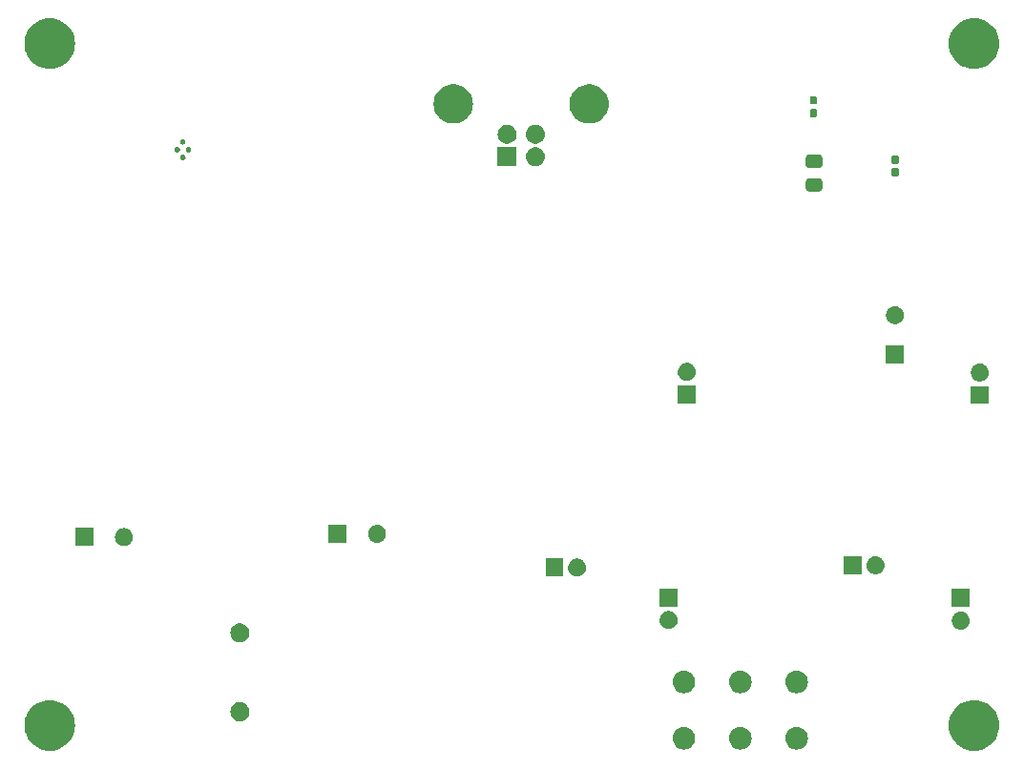
<source format=gbs>
G04 #@! TF.GenerationSoftware,KiCad,Pcbnew,8.0.5*
G04 #@! TF.CreationDate,2024-11-13T13:31:48-05:00*
G04 #@! TF.ProjectId,DacAmp,44616341-6d70-42e6-9b69-6361645f7063,rev?*
G04 #@! TF.SameCoordinates,Original*
G04 #@! TF.FileFunction,Soldermask,Bot*
G04 #@! TF.FilePolarity,Negative*
%FSLAX46Y46*%
G04 Gerber Fmt 4.6, Leading zero omitted, Abs format (unit mm)*
G04 Created by KiCad (PCBNEW 8.0.5) date 2024-11-13 13:31:48*
%MOMM*%
%LPD*%
G01*
G04 APERTURE LIST*
G04 APERTURE END LIST*
G36*
X109716084Y-97331649D02*
G01*
X110004743Y-97389067D01*
X110283438Y-97483671D01*
X110547400Y-97613843D01*
X110792113Y-97777355D01*
X111013390Y-97971410D01*
X111207445Y-98192687D01*
X111370957Y-98437400D01*
X111501129Y-98701362D01*
X111595733Y-98980057D01*
X111653151Y-99268716D01*
X111672400Y-99562400D01*
X111653151Y-99856084D01*
X111595733Y-100144743D01*
X111501129Y-100423438D01*
X111370957Y-100687400D01*
X111207445Y-100932113D01*
X111013390Y-101153390D01*
X110792113Y-101347445D01*
X110547400Y-101510957D01*
X110283438Y-101641129D01*
X110004743Y-101735733D01*
X109716084Y-101793151D01*
X109422400Y-101812400D01*
X109128716Y-101793151D01*
X108840057Y-101735733D01*
X108561362Y-101641129D01*
X108297400Y-101510957D01*
X108052687Y-101347445D01*
X107831410Y-101153390D01*
X107637355Y-100932113D01*
X107473843Y-100687400D01*
X107343671Y-100423438D01*
X107249067Y-100144743D01*
X107191649Y-99856084D01*
X107172400Y-99562400D01*
X107191649Y-99268716D01*
X107249067Y-98980057D01*
X107343671Y-98701362D01*
X107473843Y-98437400D01*
X107637355Y-98192687D01*
X107831410Y-97971410D01*
X108052687Y-97777355D01*
X108297400Y-97613843D01*
X108561362Y-97483671D01*
X108840057Y-97389067D01*
X109128716Y-97331649D01*
X109422400Y-97312400D01*
X109716084Y-97331649D01*
G37*
G36*
X191716084Y-97331649D02*
G01*
X192004743Y-97389067D01*
X192283438Y-97483671D01*
X192547400Y-97613843D01*
X192792113Y-97777355D01*
X193013390Y-97971410D01*
X193207445Y-98192687D01*
X193370957Y-98437400D01*
X193501129Y-98701362D01*
X193595733Y-98980057D01*
X193653151Y-99268716D01*
X193672400Y-99562400D01*
X193653151Y-99856084D01*
X193595733Y-100144743D01*
X193501129Y-100423438D01*
X193370957Y-100687400D01*
X193207445Y-100932113D01*
X193013390Y-101153390D01*
X192792113Y-101347445D01*
X192547400Y-101510957D01*
X192283438Y-101641129D01*
X192004743Y-101735733D01*
X191716084Y-101793151D01*
X191422400Y-101812400D01*
X191128716Y-101793151D01*
X190840057Y-101735733D01*
X190561362Y-101641129D01*
X190297400Y-101510957D01*
X190052687Y-101347445D01*
X189831410Y-101153390D01*
X189637355Y-100932113D01*
X189473843Y-100687400D01*
X189343671Y-100423438D01*
X189249067Y-100144743D01*
X189191649Y-99856084D01*
X189172400Y-99562400D01*
X189191649Y-99268716D01*
X189249067Y-98980057D01*
X189343671Y-98701362D01*
X189473843Y-98437400D01*
X189637355Y-98192687D01*
X189831410Y-97971410D01*
X190052687Y-97777355D01*
X190297400Y-97613843D01*
X190561362Y-97483671D01*
X190840057Y-97389067D01*
X191128716Y-97331649D01*
X191422400Y-97312400D01*
X191716084Y-97331649D01*
G37*
G36*
X165880281Y-99724053D02*
G01*
X166068249Y-99781073D01*
X166241481Y-99873667D01*
X166393321Y-99998279D01*
X166517933Y-100150119D01*
X166610527Y-100323351D01*
X166667547Y-100511319D01*
X166686800Y-100706800D01*
X166667547Y-100902281D01*
X166610527Y-101090249D01*
X166517933Y-101263481D01*
X166393321Y-101415321D01*
X166241481Y-101539933D01*
X166068249Y-101632527D01*
X165880281Y-101689547D01*
X165684800Y-101708800D01*
X165489319Y-101689547D01*
X165301351Y-101632527D01*
X165128119Y-101539933D01*
X164976279Y-101415321D01*
X164851667Y-101263481D01*
X164759073Y-101090249D01*
X164702053Y-100902281D01*
X164682800Y-100706800D01*
X164702053Y-100511319D01*
X164759073Y-100323351D01*
X164851667Y-100150119D01*
X164976279Y-99998279D01*
X165128119Y-99873667D01*
X165301351Y-99781073D01*
X165489319Y-99724053D01*
X165684800Y-99704800D01*
X165880281Y-99724053D01*
G37*
G36*
X170880281Y-99724053D02*
G01*
X171068249Y-99781073D01*
X171241481Y-99873667D01*
X171393321Y-99998279D01*
X171517933Y-100150119D01*
X171610527Y-100323351D01*
X171667547Y-100511319D01*
X171686800Y-100706800D01*
X171667547Y-100902281D01*
X171610527Y-101090249D01*
X171517933Y-101263481D01*
X171393321Y-101415321D01*
X171241481Y-101539933D01*
X171068249Y-101632527D01*
X170880281Y-101689547D01*
X170684800Y-101708800D01*
X170489319Y-101689547D01*
X170301351Y-101632527D01*
X170128119Y-101539933D01*
X169976279Y-101415321D01*
X169851667Y-101263481D01*
X169759073Y-101090249D01*
X169702053Y-100902281D01*
X169682800Y-100706800D01*
X169702053Y-100511319D01*
X169759073Y-100323351D01*
X169851667Y-100150119D01*
X169976279Y-99998279D01*
X170128119Y-99873667D01*
X170301351Y-99781073D01*
X170489319Y-99724053D01*
X170684800Y-99704800D01*
X170880281Y-99724053D01*
G37*
G36*
X175880281Y-99724053D02*
G01*
X176068249Y-99781073D01*
X176241481Y-99873667D01*
X176393321Y-99998279D01*
X176517933Y-100150119D01*
X176610527Y-100323351D01*
X176667547Y-100511319D01*
X176686800Y-100706800D01*
X176667547Y-100902281D01*
X176610527Y-101090249D01*
X176517933Y-101263481D01*
X176393321Y-101415321D01*
X176241481Y-101539933D01*
X176068249Y-101632527D01*
X175880281Y-101689547D01*
X175684800Y-101708800D01*
X175489319Y-101689547D01*
X175301351Y-101632527D01*
X175128119Y-101539933D01*
X174976279Y-101415321D01*
X174851667Y-101263481D01*
X174759073Y-101090249D01*
X174702053Y-100902281D01*
X174682800Y-100706800D01*
X174702053Y-100511319D01*
X174759073Y-100323351D01*
X174851667Y-100150119D01*
X174976279Y-99998279D01*
X175128119Y-99873667D01*
X175301351Y-99781073D01*
X175489319Y-99724053D01*
X175684800Y-99704800D01*
X175880281Y-99724053D01*
G37*
G36*
X126551664Y-97545602D02*
G01*
X126714000Y-97617878D01*
X126857761Y-97722327D01*
X126976664Y-97854383D01*
X127065514Y-98008274D01*
X127120425Y-98177275D01*
X127139000Y-98354000D01*
X127120425Y-98530725D01*
X127065514Y-98699726D01*
X126976664Y-98853617D01*
X126857761Y-98985673D01*
X126714000Y-99090122D01*
X126551664Y-99162398D01*
X126377849Y-99199344D01*
X126200151Y-99199344D01*
X126026336Y-99162398D01*
X125864000Y-99090122D01*
X125720239Y-98985673D01*
X125601336Y-98853617D01*
X125512486Y-98699726D01*
X125457575Y-98530725D01*
X125439000Y-98354000D01*
X125457575Y-98177275D01*
X125512486Y-98008274D01*
X125601336Y-97854383D01*
X125720239Y-97722327D01*
X125864000Y-97617878D01*
X126026336Y-97545602D01*
X126200151Y-97508656D01*
X126377849Y-97508656D01*
X126551664Y-97545602D01*
G37*
G36*
X165880281Y-94724053D02*
G01*
X166068249Y-94781073D01*
X166241481Y-94873667D01*
X166393321Y-94998279D01*
X166517933Y-95150119D01*
X166610527Y-95323351D01*
X166667547Y-95511319D01*
X166686800Y-95706800D01*
X166667547Y-95902281D01*
X166610527Y-96090249D01*
X166517933Y-96263481D01*
X166393321Y-96415321D01*
X166241481Y-96539933D01*
X166068249Y-96632527D01*
X165880281Y-96689547D01*
X165684800Y-96708800D01*
X165489319Y-96689547D01*
X165301351Y-96632527D01*
X165128119Y-96539933D01*
X164976279Y-96415321D01*
X164851667Y-96263481D01*
X164759073Y-96090249D01*
X164702053Y-95902281D01*
X164682800Y-95706800D01*
X164702053Y-95511319D01*
X164759073Y-95323351D01*
X164851667Y-95150119D01*
X164976279Y-94998279D01*
X165128119Y-94873667D01*
X165301351Y-94781073D01*
X165489319Y-94724053D01*
X165684800Y-94704800D01*
X165880281Y-94724053D01*
G37*
G36*
X170880281Y-94724053D02*
G01*
X171068249Y-94781073D01*
X171241481Y-94873667D01*
X171393321Y-94998279D01*
X171517933Y-95150119D01*
X171610527Y-95323351D01*
X171667547Y-95511319D01*
X171686800Y-95706800D01*
X171667547Y-95902281D01*
X171610527Y-96090249D01*
X171517933Y-96263481D01*
X171393321Y-96415321D01*
X171241481Y-96539933D01*
X171068249Y-96632527D01*
X170880281Y-96689547D01*
X170684800Y-96708800D01*
X170489319Y-96689547D01*
X170301351Y-96632527D01*
X170128119Y-96539933D01*
X169976279Y-96415321D01*
X169851667Y-96263481D01*
X169759073Y-96090249D01*
X169702053Y-95902281D01*
X169682800Y-95706800D01*
X169702053Y-95511319D01*
X169759073Y-95323351D01*
X169851667Y-95150119D01*
X169976279Y-94998279D01*
X170128119Y-94873667D01*
X170301351Y-94781073D01*
X170489319Y-94724053D01*
X170684800Y-94704800D01*
X170880281Y-94724053D01*
G37*
G36*
X175880281Y-94724053D02*
G01*
X176068249Y-94781073D01*
X176241481Y-94873667D01*
X176393321Y-94998279D01*
X176517933Y-95150119D01*
X176610527Y-95323351D01*
X176667547Y-95511319D01*
X176686800Y-95706800D01*
X176667547Y-95902281D01*
X176610527Y-96090249D01*
X176517933Y-96263481D01*
X176393321Y-96415321D01*
X176241481Y-96539933D01*
X176068249Y-96632527D01*
X175880281Y-96689547D01*
X175684800Y-96708800D01*
X175489319Y-96689547D01*
X175301351Y-96632527D01*
X175128119Y-96539933D01*
X174976279Y-96415321D01*
X174851667Y-96263481D01*
X174759073Y-96090249D01*
X174702053Y-95902281D01*
X174682800Y-95706800D01*
X174702053Y-95511319D01*
X174759073Y-95323351D01*
X174851667Y-95150119D01*
X174976279Y-94998279D01*
X175128119Y-94873667D01*
X175301351Y-94781073D01*
X175489319Y-94724053D01*
X175684800Y-94704800D01*
X175880281Y-94724053D01*
G37*
G36*
X126551664Y-90545602D02*
G01*
X126714000Y-90617878D01*
X126857761Y-90722327D01*
X126976664Y-90854383D01*
X127065514Y-91008274D01*
X127120425Y-91177275D01*
X127139000Y-91354000D01*
X127120425Y-91530725D01*
X127065514Y-91699726D01*
X126976664Y-91853617D01*
X126857761Y-91985673D01*
X126714000Y-92090122D01*
X126551664Y-92162398D01*
X126377849Y-92199344D01*
X126200151Y-92199344D01*
X126026336Y-92162398D01*
X125864000Y-92090122D01*
X125720239Y-91985673D01*
X125601336Y-91853617D01*
X125512486Y-91699726D01*
X125457575Y-91530725D01*
X125439000Y-91354000D01*
X125457575Y-91177275D01*
X125512486Y-91008274D01*
X125601336Y-90854383D01*
X125720239Y-90722327D01*
X125864000Y-90617878D01*
X126026336Y-90545602D01*
X126200151Y-90508656D01*
X126377849Y-90508656D01*
X126551664Y-90545602D01*
G37*
G36*
X190293059Y-89472314D02*
G01*
X190334584Y-89472314D01*
X190381430Y-89482271D01*
X190429017Y-89487633D01*
X190463616Y-89499739D01*
X190498103Y-89507070D01*
X190547802Y-89529197D01*
X190598107Y-89546800D01*
X190624292Y-89563253D01*
X190650824Y-89575066D01*
X190700298Y-89611011D01*
X190749792Y-89642110D01*
X190767564Y-89659882D01*
X190786061Y-89673321D01*
X190831790Y-89724108D01*
X190876465Y-89768783D01*
X190886740Y-89785136D01*
X190897925Y-89797558D01*
X190936185Y-89863828D01*
X190971775Y-89920468D01*
X190976218Y-89933167D01*
X190981508Y-89942329D01*
X191008595Y-90025695D01*
X191030942Y-90089558D01*
X191031789Y-90097077D01*
X191033168Y-90101321D01*
X191045661Y-90220191D01*
X191051000Y-90267575D01*
X191045660Y-90314962D01*
X191033168Y-90433828D01*
X191031789Y-90438070D01*
X191030942Y-90445592D01*
X191008591Y-90509467D01*
X190981508Y-90592820D01*
X190976219Y-90601979D01*
X190971775Y-90614682D01*
X190936178Y-90671333D01*
X190897925Y-90737591D01*
X190886742Y-90750010D01*
X190876465Y-90766367D01*
X190831781Y-90811050D01*
X190786061Y-90861828D01*
X190767568Y-90875263D01*
X190749792Y-90893040D01*
X190700288Y-90924145D01*
X190650824Y-90960083D01*
X190624297Y-90971893D01*
X190598107Y-90988350D01*
X190547792Y-91005955D01*
X190498103Y-91028079D01*
X190463622Y-91035408D01*
X190429017Y-91047517D01*
X190381427Y-91052879D01*
X190334584Y-91062836D01*
X190293059Y-91062836D01*
X190251000Y-91067575D01*
X190208941Y-91062836D01*
X190167416Y-91062836D01*
X190120572Y-91052879D01*
X190072983Y-91047517D01*
X190038378Y-91035408D01*
X190003896Y-91028079D01*
X189954203Y-91005954D01*
X189903893Y-90988350D01*
X189877704Y-90971894D01*
X189851175Y-90960083D01*
X189801704Y-90924140D01*
X189752208Y-90893040D01*
X189734434Y-90875266D01*
X189715938Y-90861828D01*
X189670208Y-90811040D01*
X189625535Y-90766367D01*
X189615259Y-90750013D01*
X189604074Y-90737591D01*
X189565808Y-90671313D01*
X189530225Y-90614682D01*
X189525781Y-90601983D01*
X189520491Y-90592820D01*
X189493394Y-90509427D01*
X189471058Y-90445592D01*
X189470211Y-90438075D01*
X189468831Y-90433828D01*
X189456324Y-90314830D01*
X189451000Y-90267575D01*
X189456324Y-90220323D01*
X189468831Y-90101321D01*
X189470211Y-90097073D01*
X189471058Y-90089558D01*
X189493390Y-90025735D01*
X189520491Y-89942329D01*
X189525782Y-89933163D01*
X189530225Y-89920468D01*
X189565801Y-89863847D01*
X189604074Y-89797558D01*
X189615261Y-89785133D01*
X189625535Y-89768783D01*
X189670205Y-89724112D01*
X189715938Y-89673322D01*
X189734434Y-89659883D01*
X189752208Y-89642110D01*
X189801699Y-89611012D01*
X189851174Y-89575067D01*
X189877706Y-89563253D01*
X189903893Y-89546800D01*
X189954200Y-89529196D01*
X190003898Y-89507070D01*
X190038382Y-89499740D01*
X190072983Y-89487633D01*
X190120570Y-89482271D01*
X190167416Y-89472314D01*
X190208941Y-89472314D01*
X190251000Y-89467575D01*
X190293059Y-89472314D01*
G37*
G36*
X164366059Y-89412314D02*
G01*
X164407584Y-89412314D01*
X164454430Y-89422271D01*
X164502017Y-89427633D01*
X164536616Y-89439739D01*
X164571103Y-89447070D01*
X164620802Y-89469197D01*
X164671107Y-89486800D01*
X164697292Y-89503253D01*
X164723824Y-89515066D01*
X164773298Y-89551011D01*
X164822792Y-89582110D01*
X164840564Y-89599882D01*
X164859061Y-89613321D01*
X164904790Y-89664108D01*
X164949465Y-89708783D01*
X164959740Y-89725136D01*
X164970925Y-89737558D01*
X165009185Y-89803828D01*
X165044775Y-89860468D01*
X165049218Y-89873167D01*
X165054508Y-89882329D01*
X165081595Y-89965695D01*
X165103942Y-90029558D01*
X165104789Y-90037077D01*
X165106168Y-90041321D01*
X165118661Y-90160191D01*
X165124000Y-90207575D01*
X165118660Y-90254962D01*
X165106168Y-90373828D01*
X165104789Y-90378070D01*
X165103942Y-90385592D01*
X165081591Y-90449467D01*
X165054508Y-90532820D01*
X165049219Y-90541979D01*
X165044775Y-90554682D01*
X165009178Y-90611333D01*
X164970925Y-90677591D01*
X164959742Y-90690010D01*
X164949465Y-90706367D01*
X164904781Y-90751050D01*
X164859061Y-90801828D01*
X164840568Y-90815263D01*
X164822792Y-90833040D01*
X164773288Y-90864145D01*
X164723824Y-90900083D01*
X164697297Y-90911893D01*
X164671107Y-90928350D01*
X164620792Y-90945955D01*
X164571103Y-90968079D01*
X164536622Y-90975408D01*
X164502017Y-90987517D01*
X164454427Y-90992879D01*
X164407584Y-91002836D01*
X164366059Y-91002836D01*
X164324000Y-91007575D01*
X164281941Y-91002836D01*
X164240416Y-91002836D01*
X164193572Y-90992879D01*
X164145983Y-90987517D01*
X164111378Y-90975408D01*
X164076896Y-90968079D01*
X164027203Y-90945954D01*
X163976893Y-90928350D01*
X163950704Y-90911894D01*
X163924175Y-90900083D01*
X163874704Y-90864140D01*
X163825208Y-90833040D01*
X163807434Y-90815266D01*
X163788938Y-90801828D01*
X163743208Y-90751040D01*
X163698535Y-90706367D01*
X163688259Y-90690013D01*
X163677074Y-90677591D01*
X163638808Y-90611313D01*
X163603225Y-90554682D01*
X163598781Y-90541983D01*
X163593491Y-90532820D01*
X163566394Y-90449427D01*
X163544058Y-90385592D01*
X163543211Y-90378075D01*
X163541831Y-90373828D01*
X163529324Y-90254830D01*
X163524000Y-90207575D01*
X163529324Y-90160323D01*
X163541831Y-90041321D01*
X163543211Y-90037073D01*
X163544058Y-90029558D01*
X163566390Y-89965735D01*
X163593491Y-89882329D01*
X163598782Y-89873163D01*
X163603225Y-89860468D01*
X163638801Y-89803847D01*
X163677074Y-89737558D01*
X163688261Y-89725133D01*
X163698535Y-89708783D01*
X163743205Y-89664112D01*
X163788938Y-89613322D01*
X163807434Y-89599883D01*
X163825208Y-89582110D01*
X163874699Y-89551012D01*
X163924174Y-89515067D01*
X163950706Y-89503253D01*
X163976893Y-89486800D01*
X164027200Y-89469196D01*
X164076898Y-89447070D01*
X164111382Y-89439740D01*
X164145983Y-89427633D01*
X164193570Y-89422271D01*
X164240416Y-89412314D01*
X164281941Y-89412314D01*
X164324000Y-89407575D01*
X164366059Y-89412314D01*
G37*
G36*
X191051000Y-89067575D02*
G01*
X189451000Y-89067575D01*
X189451000Y-87467575D01*
X191051000Y-87467575D01*
X191051000Y-89067575D01*
G37*
G36*
X165124000Y-89007575D02*
G01*
X163524000Y-89007575D01*
X163524000Y-87407575D01*
X165124000Y-87407575D01*
X165124000Y-89007575D01*
G37*
G36*
X154999575Y-86351800D02*
G01*
X153399575Y-86351800D01*
X153399575Y-84751800D01*
X154999575Y-84751800D01*
X154999575Y-86351800D01*
G37*
G36*
X156241634Y-84756539D02*
G01*
X156283159Y-84756539D01*
X156330005Y-84766496D01*
X156377592Y-84771858D01*
X156412191Y-84783964D01*
X156446678Y-84791295D01*
X156496377Y-84813422D01*
X156546682Y-84831025D01*
X156572867Y-84847478D01*
X156599399Y-84859291D01*
X156648873Y-84895236D01*
X156698367Y-84926335D01*
X156716139Y-84944107D01*
X156734636Y-84957546D01*
X156780365Y-85008333D01*
X156825040Y-85053008D01*
X156835315Y-85069361D01*
X156846500Y-85081783D01*
X156884760Y-85148053D01*
X156920350Y-85204693D01*
X156924793Y-85217392D01*
X156930083Y-85226554D01*
X156957170Y-85309920D01*
X156979517Y-85373783D01*
X156980364Y-85381302D01*
X156981743Y-85385546D01*
X156994236Y-85504416D01*
X156999575Y-85551800D01*
X156994235Y-85599187D01*
X156981743Y-85718053D01*
X156980364Y-85722295D01*
X156979517Y-85729817D01*
X156957166Y-85793692D01*
X156930083Y-85877045D01*
X156924794Y-85886204D01*
X156920350Y-85898907D01*
X156884753Y-85955558D01*
X156846500Y-86021816D01*
X156835317Y-86034235D01*
X156825040Y-86050592D01*
X156780356Y-86095275D01*
X156734636Y-86146053D01*
X156716143Y-86159488D01*
X156698367Y-86177265D01*
X156648863Y-86208370D01*
X156599399Y-86244308D01*
X156572872Y-86256118D01*
X156546682Y-86272575D01*
X156496367Y-86290180D01*
X156446678Y-86312304D01*
X156412197Y-86319633D01*
X156377592Y-86331742D01*
X156330002Y-86337104D01*
X156283159Y-86347061D01*
X156241634Y-86347061D01*
X156199575Y-86351800D01*
X156157516Y-86347061D01*
X156115991Y-86347061D01*
X156069147Y-86337104D01*
X156021558Y-86331742D01*
X155986953Y-86319633D01*
X155952471Y-86312304D01*
X155902778Y-86290179D01*
X155852468Y-86272575D01*
X155826279Y-86256119D01*
X155799750Y-86244308D01*
X155750279Y-86208365D01*
X155700783Y-86177265D01*
X155683009Y-86159491D01*
X155664513Y-86146053D01*
X155618783Y-86095265D01*
X155574110Y-86050592D01*
X155563834Y-86034238D01*
X155552649Y-86021816D01*
X155514383Y-85955538D01*
X155478800Y-85898907D01*
X155474356Y-85886208D01*
X155469066Y-85877045D01*
X155441969Y-85793652D01*
X155419633Y-85729817D01*
X155418786Y-85722300D01*
X155417406Y-85718053D01*
X155404899Y-85599055D01*
X155399575Y-85551800D01*
X155404899Y-85504548D01*
X155417406Y-85385546D01*
X155418786Y-85381298D01*
X155419633Y-85373783D01*
X155441965Y-85309960D01*
X155469066Y-85226554D01*
X155474357Y-85217388D01*
X155478800Y-85204693D01*
X155514376Y-85148072D01*
X155552649Y-85081783D01*
X155563836Y-85069358D01*
X155574110Y-85053008D01*
X155618780Y-85008337D01*
X155664513Y-84957547D01*
X155683009Y-84944108D01*
X155700783Y-84926335D01*
X155750274Y-84895237D01*
X155799749Y-84859292D01*
X155826281Y-84847478D01*
X155852468Y-84831025D01*
X155902775Y-84813421D01*
X155952473Y-84791295D01*
X155986957Y-84783965D01*
X156021558Y-84771858D01*
X156069145Y-84766496D01*
X156115991Y-84756539D01*
X156157516Y-84756539D01*
X156199575Y-84751800D01*
X156241634Y-84756539D01*
G37*
G36*
X181473225Y-86154000D02*
G01*
X179873225Y-86154000D01*
X179873225Y-84554000D01*
X181473225Y-84554000D01*
X181473225Y-86154000D01*
G37*
G36*
X182715284Y-84558739D02*
G01*
X182756809Y-84558739D01*
X182803655Y-84568696D01*
X182851242Y-84574058D01*
X182885841Y-84586164D01*
X182920328Y-84593495D01*
X182970027Y-84615622D01*
X183020332Y-84633225D01*
X183046517Y-84649678D01*
X183073049Y-84661491D01*
X183122523Y-84697436D01*
X183172017Y-84728535D01*
X183189789Y-84746307D01*
X183208286Y-84759746D01*
X183254015Y-84810533D01*
X183298690Y-84855208D01*
X183308965Y-84871561D01*
X183320150Y-84883983D01*
X183358410Y-84950253D01*
X183394000Y-85006893D01*
X183398443Y-85019592D01*
X183403733Y-85028754D01*
X183430820Y-85112120D01*
X183453167Y-85175983D01*
X183454014Y-85183502D01*
X183455393Y-85187746D01*
X183467886Y-85306616D01*
X183473225Y-85354000D01*
X183467885Y-85401387D01*
X183455393Y-85520253D01*
X183454014Y-85524495D01*
X183453167Y-85532017D01*
X183430816Y-85595892D01*
X183403733Y-85679245D01*
X183398444Y-85688404D01*
X183394000Y-85701107D01*
X183358403Y-85757758D01*
X183320150Y-85824016D01*
X183308967Y-85836435D01*
X183298690Y-85852792D01*
X183254006Y-85897475D01*
X183208286Y-85948253D01*
X183189793Y-85961688D01*
X183172017Y-85979465D01*
X183122513Y-86010570D01*
X183073049Y-86046508D01*
X183046522Y-86058318D01*
X183020332Y-86074775D01*
X182970017Y-86092380D01*
X182920328Y-86114504D01*
X182885847Y-86121833D01*
X182851242Y-86133942D01*
X182803652Y-86139304D01*
X182756809Y-86149261D01*
X182715284Y-86149261D01*
X182673225Y-86154000D01*
X182631166Y-86149261D01*
X182589641Y-86149261D01*
X182542797Y-86139304D01*
X182495208Y-86133942D01*
X182460603Y-86121833D01*
X182426121Y-86114504D01*
X182376428Y-86092379D01*
X182326118Y-86074775D01*
X182299929Y-86058319D01*
X182273400Y-86046508D01*
X182223929Y-86010565D01*
X182174433Y-85979465D01*
X182156659Y-85961691D01*
X182138163Y-85948253D01*
X182092433Y-85897465D01*
X182047760Y-85852792D01*
X182037484Y-85836438D01*
X182026299Y-85824016D01*
X181988033Y-85757738D01*
X181952450Y-85701107D01*
X181948006Y-85688408D01*
X181942716Y-85679245D01*
X181915619Y-85595852D01*
X181893283Y-85532017D01*
X181892436Y-85524500D01*
X181891056Y-85520253D01*
X181878549Y-85401255D01*
X181873225Y-85354000D01*
X181878549Y-85306748D01*
X181891056Y-85187746D01*
X181892436Y-85183498D01*
X181893283Y-85175983D01*
X181915615Y-85112160D01*
X181942716Y-85028754D01*
X181948007Y-85019588D01*
X181952450Y-85006893D01*
X181988026Y-84950272D01*
X182026299Y-84883983D01*
X182037486Y-84871558D01*
X182047760Y-84855208D01*
X182092430Y-84810537D01*
X182138163Y-84759747D01*
X182156659Y-84746308D01*
X182174433Y-84728535D01*
X182223924Y-84697437D01*
X182273399Y-84661492D01*
X182299931Y-84649678D01*
X182326118Y-84633225D01*
X182376425Y-84615621D01*
X182426123Y-84593495D01*
X182460607Y-84586165D01*
X182495208Y-84574058D01*
X182542795Y-84568696D01*
X182589641Y-84558739D01*
X182631166Y-84558739D01*
X182673225Y-84554000D01*
X182715284Y-84558739D01*
G37*
G36*
X113296498Y-83647800D02*
G01*
X111696498Y-83647800D01*
X111696498Y-82047800D01*
X113296498Y-82047800D01*
X113296498Y-83647800D01*
G37*
G36*
X116038557Y-82052539D02*
G01*
X116080082Y-82052539D01*
X116126928Y-82062496D01*
X116174515Y-82067858D01*
X116209114Y-82079964D01*
X116243601Y-82087295D01*
X116293300Y-82109422D01*
X116343605Y-82127025D01*
X116369790Y-82143478D01*
X116396322Y-82155291D01*
X116445796Y-82191236D01*
X116495290Y-82222335D01*
X116513062Y-82240107D01*
X116531559Y-82253546D01*
X116577288Y-82304333D01*
X116621963Y-82349008D01*
X116632238Y-82365361D01*
X116643423Y-82377783D01*
X116681683Y-82444053D01*
X116717273Y-82500693D01*
X116721716Y-82513392D01*
X116727006Y-82522554D01*
X116754093Y-82605920D01*
X116776440Y-82669783D01*
X116777287Y-82677302D01*
X116778666Y-82681546D01*
X116791159Y-82800416D01*
X116796498Y-82847800D01*
X116791158Y-82895187D01*
X116778666Y-83014053D01*
X116777287Y-83018295D01*
X116776440Y-83025817D01*
X116754089Y-83089692D01*
X116727006Y-83173045D01*
X116721717Y-83182204D01*
X116717273Y-83194907D01*
X116681676Y-83251558D01*
X116643423Y-83317816D01*
X116632240Y-83330235D01*
X116621963Y-83346592D01*
X116577279Y-83391275D01*
X116531559Y-83442053D01*
X116513066Y-83455488D01*
X116495290Y-83473265D01*
X116445786Y-83504370D01*
X116396322Y-83540308D01*
X116369795Y-83552118D01*
X116343605Y-83568575D01*
X116293290Y-83586180D01*
X116243601Y-83608304D01*
X116209120Y-83615633D01*
X116174515Y-83627742D01*
X116126925Y-83633104D01*
X116080082Y-83643061D01*
X116038557Y-83643061D01*
X115996498Y-83647800D01*
X115954439Y-83643061D01*
X115912914Y-83643061D01*
X115866070Y-83633104D01*
X115818481Y-83627742D01*
X115783876Y-83615633D01*
X115749394Y-83608304D01*
X115699701Y-83586179D01*
X115649391Y-83568575D01*
X115623202Y-83552119D01*
X115596673Y-83540308D01*
X115547202Y-83504365D01*
X115497706Y-83473265D01*
X115479932Y-83455491D01*
X115461436Y-83442053D01*
X115415706Y-83391265D01*
X115371033Y-83346592D01*
X115360757Y-83330238D01*
X115349572Y-83317816D01*
X115311306Y-83251538D01*
X115275723Y-83194907D01*
X115271279Y-83182208D01*
X115265989Y-83173045D01*
X115238892Y-83089652D01*
X115216556Y-83025817D01*
X115215709Y-83018300D01*
X115214329Y-83014053D01*
X115201822Y-82895055D01*
X115196498Y-82847800D01*
X115201822Y-82800548D01*
X115214329Y-82681546D01*
X115215709Y-82677298D01*
X115216556Y-82669783D01*
X115238888Y-82605960D01*
X115265989Y-82522554D01*
X115271280Y-82513388D01*
X115275723Y-82500693D01*
X115311299Y-82444072D01*
X115349572Y-82377783D01*
X115360759Y-82365358D01*
X115371033Y-82349008D01*
X115415703Y-82304337D01*
X115461436Y-82253547D01*
X115479932Y-82240108D01*
X115497706Y-82222335D01*
X115547197Y-82191237D01*
X115596672Y-82155292D01*
X115623204Y-82143478D01*
X115649391Y-82127025D01*
X115699698Y-82109421D01*
X115749396Y-82087295D01*
X115783880Y-82079965D01*
X115818481Y-82067858D01*
X115866068Y-82062496D01*
X115912914Y-82052539D01*
X115954439Y-82052539D01*
X115996498Y-82047800D01*
X116038557Y-82052539D01*
G37*
G36*
X135760498Y-83368800D02*
G01*
X134160498Y-83368800D01*
X134160498Y-81768800D01*
X135760498Y-81768800D01*
X135760498Y-83368800D01*
G37*
G36*
X138502557Y-81773539D02*
G01*
X138544082Y-81773539D01*
X138590928Y-81783496D01*
X138638515Y-81788858D01*
X138673114Y-81800964D01*
X138707601Y-81808295D01*
X138757300Y-81830422D01*
X138807605Y-81848025D01*
X138833790Y-81864478D01*
X138860322Y-81876291D01*
X138909796Y-81912236D01*
X138959290Y-81943335D01*
X138977062Y-81961107D01*
X138995559Y-81974546D01*
X139041288Y-82025333D01*
X139085963Y-82070008D01*
X139096238Y-82086361D01*
X139107423Y-82098783D01*
X139145683Y-82165053D01*
X139181273Y-82221693D01*
X139185716Y-82234392D01*
X139191006Y-82243554D01*
X139218093Y-82326920D01*
X139240440Y-82390783D01*
X139241287Y-82398302D01*
X139242666Y-82402546D01*
X139255159Y-82521416D01*
X139260498Y-82568800D01*
X139255158Y-82616187D01*
X139242666Y-82735053D01*
X139241287Y-82739295D01*
X139240440Y-82746817D01*
X139218089Y-82810692D01*
X139191006Y-82894045D01*
X139185717Y-82903204D01*
X139181273Y-82915907D01*
X139145676Y-82972558D01*
X139107423Y-83038816D01*
X139096240Y-83051235D01*
X139085963Y-83067592D01*
X139041279Y-83112275D01*
X138995559Y-83163053D01*
X138977066Y-83176488D01*
X138959290Y-83194265D01*
X138909786Y-83225370D01*
X138860322Y-83261308D01*
X138833795Y-83273118D01*
X138807605Y-83289575D01*
X138757290Y-83307180D01*
X138707601Y-83329304D01*
X138673120Y-83336633D01*
X138638515Y-83348742D01*
X138590925Y-83354104D01*
X138544082Y-83364061D01*
X138502557Y-83364061D01*
X138460498Y-83368800D01*
X138418439Y-83364061D01*
X138376914Y-83364061D01*
X138330070Y-83354104D01*
X138282481Y-83348742D01*
X138247876Y-83336633D01*
X138213394Y-83329304D01*
X138163701Y-83307179D01*
X138113391Y-83289575D01*
X138087202Y-83273119D01*
X138060673Y-83261308D01*
X138011202Y-83225365D01*
X137961706Y-83194265D01*
X137943932Y-83176491D01*
X137925436Y-83163053D01*
X137879706Y-83112265D01*
X137835033Y-83067592D01*
X137824757Y-83051238D01*
X137813572Y-83038816D01*
X137775306Y-82972538D01*
X137739723Y-82915907D01*
X137735279Y-82903208D01*
X137729989Y-82894045D01*
X137702892Y-82810652D01*
X137680556Y-82746817D01*
X137679709Y-82739300D01*
X137678329Y-82735053D01*
X137665822Y-82616055D01*
X137660498Y-82568800D01*
X137665822Y-82521548D01*
X137678329Y-82402546D01*
X137679709Y-82398298D01*
X137680556Y-82390783D01*
X137702888Y-82326960D01*
X137729989Y-82243554D01*
X137735280Y-82234388D01*
X137739723Y-82221693D01*
X137775299Y-82165072D01*
X137813572Y-82098783D01*
X137824759Y-82086358D01*
X137835033Y-82070008D01*
X137879703Y-82025337D01*
X137925436Y-81974547D01*
X137943932Y-81961108D01*
X137961706Y-81943335D01*
X138011197Y-81912237D01*
X138060672Y-81876292D01*
X138087204Y-81864478D01*
X138113391Y-81848025D01*
X138163698Y-81830421D01*
X138213396Y-81808295D01*
X138247880Y-81800965D01*
X138282481Y-81788858D01*
X138330068Y-81783496D01*
X138376914Y-81773539D01*
X138418439Y-81773539D01*
X138460498Y-81768800D01*
X138502557Y-81773539D01*
G37*
G36*
X192740000Y-71047225D02*
G01*
X191140000Y-71047225D01*
X191140000Y-69447225D01*
X192740000Y-69447225D01*
X192740000Y-71047225D01*
G37*
G36*
X166736800Y-70987225D02*
G01*
X165136800Y-70987225D01*
X165136800Y-69387225D01*
X166736800Y-69387225D01*
X166736800Y-70987225D01*
G37*
G36*
X191982059Y-67451964D02*
G01*
X192023584Y-67451964D01*
X192070430Y-67461921D01*
X192118017Y-67467283D01*
X192152616Y-67479389D01*
X192187103Y-67486720D01*
X192236802Y-67508847D01*
X192287107Y-67526450D01*
X192313292Y-67542903D01*
X192339824Y-67554716D01*
X192389298Y-67590661D01*
X192438792Y-67621760D01*
X192456564Y-67639532D01*
X192475061Y-67652971D01*
X192520790Y-67703758D01*
X192565465Y-67748433D01*
X192575740Y-67764786D01*
X192586925Y-67777208D01*
X192625185Y-67843478D01*
X192660775Y-67900118D01*
X192665218Y-67912817D01*
X192670508Y-67921979D01*
X192697595Y-68005345D01*
X192719942Y-68069208D01*
X192720789Y-68076727D01*
X192722168Y-68080971D01*
X192734661Y-68199841D01*
X192740000Y-68247225D01*
X192734660Y-68294612D01*
X192722168Y-68413478D01*
X192720789Y-68417720D01*
X192719942Y-68425242D01*
X192697591Y-68489117D01*
X192670508Y-68572470D01*
X192665219Y-68581629D01*
X192660775Y-68594332D01*
X192625178Y-68650983D01*
X192586925Y-68717241D01*
X192575742Y-68729660D01*
X192565465Y-68746017D01*
X192520781Y-68790700D01*
X192475061Y-68841478D01*
X192456568Y-68854913D01*
X192438792Y-68872690D01*
X192389288Y-68903795D01*
X192339824Y-68939733D01*
X192313297Y-68951543D01*
X192287107Y-68968000D01*
X192236792Y-68985605D01*
X192187103Y-69007729D01*
X192152622Y-69015058D01*
X192118017Y-69027167D01*
X192070427Y-69032529D01*
X192023584Y-69042486D01*
X191982059Y-69042486D01*
X191940000Y-69047225D01*
X191897941Y-69042486D01*
X191856416Y-69042486D01*
X191809572Y-69032529D01*
X191761983Y-69027167D01*
X191727378Y-69015058D01*
X191692896Y-69007729D01*
X191643203Y-68985604D01*
X191592893Y-68968000D01*
X191566704Y-68951544D01*
X191540175Y-68939733D01*
X191490704Y-68903790D01*
X191441208Y-68872690D01*
X191423434Y-68854916D01*
X191404938Y-68841478D01*
X191359208Y-68790690D01*
X191314535Y-68746017D01*
X191304259Y-68729663D01*
X191293074Y-68717241D01*
X191254808Y-68650963D01*
X191219225Y-68594332D01*
X191214781Y-68581633D01*
X191209491Y-68572470D01*
X191182394Y-68489077D01*
X191160058Y-68425242D01*
X191159211Y-68417725D01*
X191157831Y-68413478D01*
X191145324Y-68294480D01*
X191140000Y-68247225D01*
X191145324Y-68199973D01*
X191157831Y-68080971D01*
X191159211Y-68076723D01*
X191160058Y-68069208D01*
X191182390Y-68005385D01*
X191209491Y-67921979D01*
X191214782Y-67912813D01*
X191219225Y-67900118D01*
X191254801Y-67843497D01*
X191293074Y-67777208D01*
X191304261Y-67764783D01*
X191314535Y-67748433D01*
X191359205Y-67703762D01*
X191404938Y-67652972D01*
X191423434Y-67639533D01*
X191441208Y-67621760D01*
X191490699Y-67590662D01*
X191540174Y-67554717D01*
X191566706Y-67542903D01*
X191592893Y-67526450D01*
X191643200Y-67508846D01*
X191692898Y-67486720D01*
X191727382Y-67479390D01*
X191761983Y-67467283D01*
X191809570Y-67461921D01*
X191856416Y-67451964D01*
X191897941Y-67451964D01*
X191940000Y-67447225D01*
X191982059Y-67451964D01*
G37*
G36*
X165978859Y-67391964D02*
G01*
X166020384Y-67391964D01*
X166067230Y-67401921D01*
X166114817Y-67407283D01*
X166149416Y-67419389D01*
X166183903Y-67426720D01*
X166233602Y-67448847D01*
X166283907Y-67466450D01*
X166310092Y-67482903D01*
X166336624Y-67494716D01*
X166386098Y-67530661D01*
X166435592Y-67561760D01*
X166453364Y-67579532D01*
X166471861Y-67592971D01*
X166517590Y-67643758D01*
X166562265Y-67688433D01*
X166572540Y-67704786D01*
X166583725Y-67717208D01*
X166621985Y-67783478D01*
X166657575Y-67840118D01*
X166662018Y-67852817D01*
X166667308Y-67861979D01*
X166694395Y-67945345D01*
X166716742Y-68009208D01*
X166717589Y-68016727D01*
X166718968Y-68020971D01*
X166731461Y-68139841D01*
X166736800Y-68187225D01*
X166731460Y-68234612D01*
X166718968Y-68353478D01*
X166717589Y-68357720D01*
X166716742Y-68365242D01*
X166694391Y-68429117D01*
X166667308Y-68512470D01*
X166662019Y-68521629D01*
X166657575Y-68534332D01*
X166621978Y-68590983D01*
X166583725Y-68657241D01*
X166572542Y-68669660D01*
X166562265Y-68686017D01*
X166517581Y-68730700D01*
X166471861Y-68781478D01*
X166453368Y-68794913D01*
X166435592Y-68812690D01*
X166386088Y-68843795D01*
X166336624Y-68879733D01*
X166310097Y-68891543D01*
X166283907Y-68908000D01*
X166233592Y-68925605D01*
X166183903Y-68947729D01*
X166149422Y-68955058D01*
X166114817Y-68967167D01*
X166067227Y-68972529D01*
X166020384Y-68982486D01*
X165978859Y-68982486D01*
X165936800Y-68987225D01*
X165894741Y-68982486D01*
X165853216Y-68982486D01*
X165806372Y-68972529D01*
X165758783Y-68967167D01*
X165724178Y-68955058D01*
X165689696Y-68947729D01*
X165640003Y-68925604D01*
X165589693Y-68908000D01*
X165563504Y-68891544D01*
X165536975Y-68879733D01*
X165487504Y-68843790D01*
X165438008Y-68812690D01*
X165420234Y-68794916D01*
X165401738Y-68781478D01*
X165356008Y-68730690D01*
X165311335Y-68686017D01*
X165301059Y-68669663D01*
X165289874Y-68657241D01*
X165251608Y-68590963D01*
X165216025Y-68534332D01*
X165211581Y-68521633D01*
X165206291Y-68512470D01*
X165179194Y-68429077D01*
X165156858Y-68365242D01*
X165156011Y-68357725D01*
X165154631Y-68353478D01*
X165142124Y-68234480D01*
X165136800Y-68187225D01*
X165142124Y-68139973D01*
X165154631Y-68020971D01*
X165156011Y-68016723D01*
X165156858Y-68009208D01*
X165179190Y-67945385D01*
X165206291Y-67861979D01*
X165211582Y-67852813D01*
X165216025Y-67840118D01*
X165251601Y-67783497D01*
X165289874Y-67717208D01*
X165301061Y-67704783D01*
X165311335Y-67688433D01*
X165356005Y-67643762D01*
X165401738Y-67592972D01*
X165420234Y-67579533D01*
X165438008Y-67561760D01*
X165487499Y-67530662D01*
X165536974Y-67494717D01*
X165563506Y-67482903D01*
X165589693Y-67466450D01*
X165640000Y-67448846D01*
X165689698Y-67426720D01*
X165724182Y-67419390D01*
X165758783Y-67407283D01*
X165806370Y-67401921D01*
X165853216Y-67391964D01*
X165894741Y-67391964D01*
X165936800Y-67387225D01*
X165978859Y-67391964D01*
G37*
G36*
X185205800Y-67459302D02*
G01*
X183605800Y-67459302D01*
X183605800Y-65859302D01*
X185205800Y-65859302D01*
X185205800Y-67459302D01*
G37*
G36*
X184447859Y-62364041D02*
G01*
X184489384Y-62364041D01*
X184536230Y-62373998D01*
X184583817Y-62379360D01*
X184618416Y-62391466D01*
X184652903Y-62398797D01*
X184702602Y-62420924D01*
X184752907Y-62438527D01*
X184779092Y-62454980D01*
X184805624Y-62466793D01*
X184855098Y-62502738D01*
X184904592Y-62533837D01*
X184922364Y-62551609D01*
X184940861Y-62565048D01*
X184986590Y-62615835D01*
X185031265Y-62660510D01*
X185041540Y-62676863D01*
X185052725Y-62689285D01*
X185090985Y-62755555D01*
X185126575Y-62812195D01*
X185131018Y-62824894D01*
X185136308Y-62834056D01*
X185163395Y-62917422D01*
X185185742Y-62981285D01*
X185186589Y-62988804D01*
X185187968Y-62993048D01*
X185200461Y-63111918D01*
X185205800Y-63159302D01*
X185200460Y-63206689D01*
X185187968Y-63325555D01*
X185186589Y-63329797D01*
X185185742Y-63337319D01*
X185163391Y-63401194D01*
X185136308Y-63484547D01*
X185131019Y-63493706D01*
X185126575Y-63506409D01*
X185090978Y-63563060D01*
X185052725Y-63629318D01*
X185041542Y-63641737D01*
X185031265Y-63658094D01*
X184986581Y-63702777D01*
X184940861Y-63753555D01*
X184922368Y-63766990D01*
X184904592Y-63784767D01*
X184855088Y-63815872D01*
X184805624Y-63851810D01*
X184779097Y-63863620D01*
X184752907Y-63880077D01*
X184702592Y-63897682D01*
X184652903Y-63919806D01*
X184618422Y-63927135D01*
X184583817Y-63939244D01*
X184536227Y-63944606D01*
X184489384Y-63954563D01*
X184447859Y-63954563D01*
X184405800Y-63959302D01*
X184363741Y-63954563D01*
X184322216Y-63954563D01*
X184275372Y-63944606D01*
X184227783Y-63939244D01*
X184193178Y-63927135D01*
X184158696Y-63919806D01*
X184109003Y-63897681D01*
X184058693Y-63880077D01*
X184032504Y-63863621D01*
X184005975Y-63851810D01*
X183956504Y-63815867D01*
X183907008Y-63784767D01*
X183889234Y-63766993D01*
X183870738Y-63753555D01*
X183825008Y-63702767D01*
X183780335Y-63658094D01*
X183770059Y-63641740D01*
X183758874Y-63629318D01*
X183720608Y-63563040D01*
X183685025Y-63506409D01*
X183680581Y-63493710D01*
X183675291Y-63484547D01*
X183648194Y-63401154D01*
X183625858Y-63337319D01*
X183625011Y-63329802D01*
X183623631Y-63325555D01*
X183611124Y-63206557D01*
X183605800Y-63159302D01*
X183611124Y-63112050D01*
X183623631Y-62993048D01*
X183625011Y-62988800D01*
X183625858Y-62981285D01*
X183648190Y-62917462D01*
X183675291Y-62834056D01*
X183680582Y-62824890D01*
X183685025Y-62812195D01*
X183720601Y-62755574D01*
X183758874Y-62689285D01*
X183770061Y-62676860D01*
X183780335Y-62660510D01*
X183825005Y-62615839D01*
X183870738Y-62565049D01*
X183889234Y-62551610D01*
X183907008Y-62533837D01*
X183956499Y-62502739D01*
X184005974Y-62466794D01*
X184032506Y-62454980D01*
X184058693Y-62438527D01*
X184109000Y-62420923D01*
X184158698Y-62398797D01*
X184193182Y-62391467D01*
X184227783Y-62379360D01*
X184275370Y-62373998D01*
X184322216Y-62364041D01*
X184363741Y-62364041D01*
X184405800Y-62359302D01*
X184447859Y-62364041D01*
G37*
G36*
X177715739Y-51005658D02*
G01*
X177770525Y-51012871D01*
X177784306Y-51019297D01*
X177803071Y-51023030D01*
X177827926Y-51039637D01*
X177850219Y-51050033D01*
X177863780Y-51063594D01*
X177884177Y-51077223D01*
X177897805Y-51097619D01*
X177911366Y-51111180D01*
X177921760Y-51133470D01*
X177938370Y-51158329D01*
X177942102Y-51177095D01*
X177948528Y-51190874D01*
X177955738Y-51245648D01*
X177957400Y-51254000D01*
X177957400Y-51929000D01*
X177955738Y-51937353D01*
X177948528Y-51992125D01*
X177942103Y-52005903D01*
X177938370Y-52024671D01*
X177921758Y-52049531D01*
X177911366Y-52071819D01*
X177897807Y-52085377D01*
X177884177Y-52105777D01*
X177863777Y-52119407D01*
X177850219Y-52132966D01*
X177827931Y-52143358D01*
X177803071Y-52159970D01*
X177784303Y-52163703D01*
X177770525Y-52170128D01*
X177715753Y-52177338D01*
X177707400Y-52179000D01*
X176757400Y-52179000D01*
X176749048Y-52177338D01*
X176694274Y-52170128D01*
X176680495Y-52163702D01*
X176661729Y-52159970D01*
X176636870Y-52143360D01*
X176614580Y-52132966D01*
X176601019Y-52119405D01*
X176580623Y-52105777D01*
X176566994Y-52085380D01*
X176553433Y-52071819D01*
X176543037Y-52049526D01*
X176526430Y-52024671D01*
X176522697Y-52005906D01*
X176516271Y-51992125D01*
X176509058Y-51937339D01*
X176507400Y-51929000D01*
X176507400Y-51254000D01*
X176509058Y-51245662D01*
X176516271Y-51190874D01*
X176522697Y-51177091D01*
X176526430Y-51158329D01*
X176543036Y-51133475D01*
X176553433Y-51111180D01*
X176566996Y-51097616D01*
X176580623Y-51077223D01*
X176601016Y-51063596D01*
X176614580Y-51050033D01*
X176636875Y-51039636D01*
X176661729Y-51023030D01*
X176680491Y-51019297D01*
X176694274Y-51012871D01*
X176749062Y-51005658D01*
X176757400Y-51004000D01*
X177707400Y-51004000D01*
X177715739Y-51005658D01*
G37*
G36*
X184639516Y-50129999D02*
G01*
X184689802Y-50163598D01*
X184723401Y-50213884D01*
X184735200Y-50273200D01*
X184735200Y-50698200D01*
X184723401Y-50757516D01*
X184689802Y-50807802D01*
X184639516Y-50841401D01*
X184580200Y-50853200D01*
X184270200Y-50853200D01*
X184210884Y-50841401D01*
X184160598Y-50807802D01*
X184126999Y-50757516D01*
X184115200Y-50698200D01*
X184115200Y-50273200D01*
X184126999Y-50213884D01*
X184160598Y-50163598D01*
X184210884Y-50129999D01*
X184270200Y-50118200D01*
X184580200Y-50118200D01*
X184639516Y-50129999D01*
G37*
G36*
X177715739Y-48930658D02*
G01*
X177770525Y-48937871D01*
X177784306Y-48944297D01*
X177803071Y-48948030D01*
X177827926Y-48964637D01*
X177850219Y-48975033D01*
X177863780Y-48988594D01*
X177884177Y-49002223D01*
X177897805Y-49022619D01*
X177911366Y-49036180D01*
X177921760Y-49058470D01*
X177938370Y-49083329D01*
X177942102Y-49102095D01*
X177948528Y-49115874D01*
X177955738Y-49170648D01*
X177957400Y-49179000D01*
X177957400Y-49854000D01*
X177955738Y-49862353D01*
X177948528Y-49917125D01*
X177942103Y-49930903D01*
X177938370Y-49949671D01*
X177921758Y-49974531D01*
X177911366Y-49996819D01*
X177897807Y-50010377D01*
X177884177Y-50030777D01*
X177863777Y-50044407D01*
X177850219Y-50057966D01*
X177827931Y-50068358D01*
X177803071Y-50084970D01*
X177784303Y-50088703D01*
X177770525Y-50095128D01*
X177715753Y-50102338D01*
X177707400Y-50104000D01*
X176757400Y-50104000D01*
X176749048Y-50102338D01*
X176694274Y-50095128D01*
X176680495Y-50088702D01*
X176661729Y-50084970D01*
X176636870Y-50068360D01*
X176614580Y-50057966D01*
X176601019Y-50044405D01*
X176580623Y-50030777D01*
X176566994Y-50010380D01*
X176553433Y-49996819D01*
X176543037Y-49974526D01*
X176526430Y-49949671D01*
X176522697Y-49930906D01*
X176516271Y-49917125D01*
X176509058Y-49862339D01*
X176507400Y-49854000D01*
X176507400Y-49179000D01*
X176509058Y-49170662D01*
X176516271Y-49115874D01*
X176522697Y-49102091D01*
X176526430Y-49083329D01*
X176543036Y-49058475D01*
X176553433Y-49036180D01*
X176566996Y-49022616D01*
X176580623Y-49002223D01*
X176601016Y-48988596D01*
X176614580Y-48975033D01*
X176636875Y-48964636D01*
X176661729Y-48948030D01*
X176680491Y-48944297D01*
X176694274Y-48937871D01*
X176749062Y-48930658D01*
X176757400Y-48929000D01*
X177707400Y-48929000D01*
X177715739Y-48930658D01*
G37*
G36*
X150847800Y-49966000D02*
G01*
X149147800Y-49966000D01*
X149147800Y-48266000D01*
X150847800Y-48266000D01*
X150847800Y-49966000D01*
G37*
G36*
X152760464Y-48307602D02*
G01*
X152922800Y-48379878D01*
X153066561Y-48484327D01*
X153185464Y-48616383D01*
X153274314Y-48770274D01*
X153329225Y-48939275D01*
X153347800Y-49116000D01*
X153329225Y-49292725D01*
X153274314Y-49461726D01*
X153185464Y-49615617D01*
X153066561Y-49747673D01*
X152922800Y-49852122D01*
X152760464Y-49924398D01*
X152586649Y-49961344D01*
X152408951Y-49961344D01*
X152235136Y-49924398D01*
X152072800Y-49852122D01*
X151929039Y-49747673D01*
X151810136Y-49615617D01*
X151721286Y-49461726D01*
X151666375Y-49292725D01*
X151647800Y-49116000D01*
X151666375Y-48939275D01*
X151721286Y-48770274D01*
X151810136Y-48616383D01*
X151929039Y-48484327D01*
X152072800Y-48379878D01*
X152235136Y-48307602D01*
X152408951Y-48270656D01*
X152586649Y-48270656D01*
X152760464Y-48307602D01*
G37*
G36*
X184639516Y-48994999D02*
G01*
X184689802Y-49028598D01*
X184723401Y-49078884D01*
X184735200Y-49138200D01*
X184735200Y-49563200D01*
X184723401Y-49622516D01*
X184689802Y-49672802D01*
X184639516Y-49706401D01*
X184580200Y-49718200D01*
X184270200Y-49718200D01*
X184210884Y-49706401D01*
X184160598Y-49672802D01*
X184126999Y-49622516D01*
X184115200Y-49563200D01*
X184115200Y-49138200D01*
X184126999Y-49078884D01*
X184160598Y-49028598D01*
X184210884Y-48994999D01*
X184270200Y-48983200D01*
X184580200Y-48983200D01*
X184639516Y-48994999D01*
G37*
G36*
X121253058Y-48932190D02*
G01*
X121272235Y-48932190D01*
X121295347Y-48940601D01*
X121324667Y-48946434D01*
X121340573Y-48957062D01*
X121353494Y-48961765D01*
X121376490Y-48981060D01*
X121405773Y-49000627D01*
X121413385Y-49012019D01*
X121419738Y-49017350D01*
X121437478Y-49048078D01*
X121459966Y-49081733D01*
X121461572Y-49089810D01*
X121462977Y-49092243D01*
X121470162Y-49132994D01*
X121478996Y-49177403D01*
X121470161Y-49221815D01*
X121462977Y-49262562D01*
X121461573Y-49264993D01*
X121459966Y-49273073D01*
X121437474Y-49306733D01*
X121419738Y-49337455D01*
X121413386Y-49342784D01*
X121405773Y-49354179D01*
X121376484Y-49373749D01*
X121353494Y-49393040D01*
X121340576Y-49397741D01*
X121324667Y-49408372D01*
X121295345Y-49414204D01*
X121272235Y-49422616D01*
X121253058Y-49422616D01*
X121228997Y-49427402D01*
X121204936Y-49422616D01*
X121185759Y-49422616D01*
X121162647Y-49414204D01*
X121133327Y-49408372D01*
X121117418Y-49397742D01*
X121104499Y-49393040D01*
X121081504Y-49373745D01*
X121052221Y-49354179D01*
X121044608Y-49342786D01*
X121038255Y-49337455D01*
X121020511Y-49306722D01*
X120998028Y-49273073D01*
X120996421Y-49264996D01*
X120995016Y-49262562D01*
X120987823Y-49221770D01*
X120978998Y-49177403D01*
X120987822Y-49133039D01*
X120995016Y-49092243D01*
X120996421Y-49089808D01*
X120998028Y-49081733D01*
X121020507Y-49048089D01*
X121038255Y-49017350D01*
X121044610Y-49012017D01*
X121052221Y-49000627D01*
X121081499Y-48981064D01*
X121104499Y-48961765D01*
X121117421Y-48957061D01*
X121133327Y-48946434D01*
X121162646Y-48940602D01*
X121185759Y-48932190D01*
X121204936Y-48932190D01*
X121228997Y-48927404D01*
X121253058Y-48932190D01*
G37*
G36*
X120753058Y-48232186D02*
G01*
X120772235Y-48232186D01*
X120795347Y-48240597D01*
X120824667Y-48246430D01*
X120840573Y-48257058D01*
X120853494Y-48261761D01*
X120876490Y-48281056D01*
X120905773Y-48300623D01*
X120913385Y-48312015D01*
X120919738Y-48317346D01*
X120937478Y-48348074D01*
X120959966Y-48381729D01*
X120961572Y-48389806D01*
X120962977Y-48392239D01*
X120970162Y-48432990D01*
X120978996Y-48477399D01*
X120970161Y-48521811D01*
X120962977Y-48562558D01*
X120961573Y-48564989D01*
X120959966Y-48573069D01*
X120937474Y-48606729D01*
X120919738Y-48637451D01*
X120913386Y-48642780D01*
X120905773Y-48654175D01*
X120876484Y-48673745D01*
X120853494Y-48693036D01*
X120840576Y-48697737D01*
X120824667Y-48708368D01*
X120795345Y-48714200D01*
X120772235Y-48722612D01*
X120753058Y-48722612D01*
X120728997Y-48727398D01*
X120704936Y-48722612D01*
X120685759Y-48722612D01*
X120662647Y-48714200D01*
X120633327Y-48708368D01*
X120617418Y-48697738D01*
X120604499Y-48693036D01*
X120581504Y-48673741D01*
X120552221Y-48654175D01*
X120544608Y-48642782D01*
X120538255Y-48637451D01*
X120520511Y-48606718D01*
X120498028Y-48573069D01*
X120496421Y-48564992D01*
X120495016Y-48562558D01*
X120487823Y-48521766D01*
X120478998Y-48477399D01*
X120487822Y-48433035D01*
X120495016Y-48392239D01*
X120496421Y-48389804D01*
X120498028Y-48381729D01*
X120520507Y-48348085D01*
X120538255Y-48317346D01*
X120544610Y-48312013D01*
X120552221Y-48300623D01*
X120581499Y-48281060D01*
X120604499Y-48261761D01*
X120617421Y-48257057D01*
X120633327Y-48246430D01*
X120662646Y-48240598D01*
X120685759Y-48232186D01*
X120704936Y-48232186D01*
X120728997Y-48227400D01*
X120753058Y-48232186D01*
G37*
G36*
X121753058Y-48232186D02*
G01*
X121772235Y-48232186D01*
X121795347Y-48240597D01*
X121824667Y-48246430D01*
X121840573Y-48257058D01*
X121853494Y-48261761D01*
X121876490Y-48281056D01*
X121905773Y-48300623D01*
X121913385Y-48312015D01*
X121919738Y-48317346D01*
X121937478Y-48348074D01*
X121959966Y-48381729D01*
X121961572Y-48389806D01*
X121962977Y-48392239D01*
X121970162Y-48432990D01*
X121978996Y-48477399D01*
X121970161Y-48521811D01*
X121962977Y-48562558D01*
X121961573Y-48564989D01*
X121959966Y-48573069D01*
X121937474Y-48606729D01*
X121919738Y-48637451D01*
X121913386Y-48642780D01*
X121905773Y-48654175D01*
X121876484Y-48673745D01*
X121853494Y-48693036D01*
X121840576Y-48697737D01*
X121824667Y-48708368D01*
X121795345Y-48714200D01*
X121772235Y-48722612D01*
X121753058Y-48722612D01*
X121728997Y-48727398D01*
X121704936Y-48722612D01*
X121685759Y-48722612D01*
X121662647Y-48714200D01*
X121633327Y-48708368D01*
X121617418Y-48697738D01*
X121604499Y-48693036D01*
X121581504Y-48673741D01*
X121552221Y-48654175D01*
X121544608Y-48642782D01*
X121538255Y-48637451D01*
X121520511Y-48606718D01*
X121498028Y-48573069D01*
X121496421Y-48564992D01*
X121495016Y-48562558D01*
X121487823Y-48521766D01*
X121478998Y-48477399D01*
X121487822Y-48433035D01*
X121495016Y-48392239D01*
X121496421Y-48389804D01*
X121498028Y-48381729D01*
X121520507Y-48348085D01*
X121538255Y-48317346D01*
X121544610Y-48312013D01*
X121552221Y-48300623D01*
X121581499Y-48281060D01*
X121604499Y-48261761D01*
X121617421Y-48257057D01*
X121633327Y-48246430D01*
X121662646Y-48240598D01*
X121685759Y-48232186D01*
X121704936Y-48232186D01*
X121728997Y-48227400D01*
X121753058Y-48232186D01*
G37*
G36*
X121253058Y-47532187D02*
G01*
X121272235Y-47532187D01*
X121295347Y-47540598D01*
X121324667Y-47546431D01*
X121340573Y-47557059D01*
X121353494Y-47561762D01*
X121376490Y-47581057D01*
X121405773Y-47600624D01*
X121413385Y-47612016D01*
X121419738Y-47617347D01*
X121437478Y-47648075D01*
X121459966Y-47681730D01*
X121461572Y-47689807D01*
X121462977Y-47692240D01*
X121470162Y-47732991D01*
X121478996Y-47777400D01*
X121470161Y-47821812D01*
X121462977Y-47862559D01*
X121461573Y-47864990D01*
X121459966Y-47873070D01*
X121437474Y-47906730D01*
X121419738Y-47937452D01*
X121413386Y-47942781D01*
X121405773Y-47954176D01*
X121376484Y-47973746D01*
X121353494Y-47993037D01*
X121340576Y-47997738D01*
X121324667Y-48008369D01*
X121295345Y-48014201D01*
X121272235Y-48022613D01*
X121253058Y-48022613D01*
X121228997Y-48027399D01*
X121204936Y-48022613D01*
X121185759Y-48022613D01*
X121162647Y-48014201D01*
X121133327Y-48008369D01*
X121117418Y-47997739D01*
X121104499Y-47993037D01*
X121081504Y-47973742D01*
X121052221Y-47954176D01*
X121044608Y-47942783D01*
X121038255Y-47937452D01*
X121020511Y-47906719D01*
X120998028Y-47873070D01*
X120996421Y-47864993D01*
X120995016Y-47862559D01*
X120987823Y-47821767D01*
X120978998Y-47777400D01*
X120987822Y-47733036D01*
X120995016Y-47692240D01*
X120996421Y-47689805D01*
X120998028Y-47681730D01*
X121020507Y-47648086D01*
X121038255Y-47617347D01*
X121044610Y-47612014D01*
X121052221Y-47600624D01*
X121081499Y-47581061D01*
X121104499Y-47561762D01*
X121117421Y-47557058D01*
X121133327Y-47546431D01*
X121162646Y-47540599D01*
X121185759Y-47532187D01*
X121204936Y-47532187D01*
X121228997Y-47527401D01*
X121253058Y-47532187D01*
G37*
G36*
X150260464Y-46307602D02*
G01*
X150422800Y-46379878D01*
X150566561Y-46484327D01*
X150685464Y-46616383D01*
X150774314Y-46770274D01*
X150829225Y-46939275D01*
X150847800Y-47116000D01*
X150829225Y-47292725D01*
X150774314Y-47461726D01*
X150685464Y-47615617D01*
X150566561Y-47747673D01*
X150422800Y-47852122D01*
X150260464Y-47924398D01*
X150086649Y-47961344D01*
X149908951Y-47961344D01*
X149735136Y-47924398D01*
X149572800Y-47852122D01*
X149429039Y-47747673D01*
X149310136Y-47615617D01*
X149221286Y-47461726D01*
X149166375Y-47292725D01*
X149147800Y-47116000D01*
X149166375Y-46939275D01*
X149221286Y-46770274D01*
X149310136Y-46616383D01*
X149429039Y-46484327D01*
X149572800Y-46379878D01*
X149735136Y-46307602D01*
X149908951Y-46270656D01*
X150086649Y-46270656D01*
X150260464Y-46307602D01*
G37*
G36*
X152760464Y-46307602D02*
G01*
X152922800Y-46379878D01*
X153066561Y-46484327D01*
X153185464Y-46616383D01*
X153274314Y-46770274D01*
X153329225Y-46939275D01*
X153347800Y-47116000D01*
X153329225Y-47292725D01*
X153274314Y-47461726D01*
X153185464Y-47615617D01*
X153066561Y-47747673D01*
X152922800Y-47852122D01*
X152760464Y-47924398D01*
X152586649Y-47961344D01*
X152408951Y-47961344D01*
X152235136Y-47924398D01*
X152072800Y-47852122D01*
X151929039Y-47747673D01*
X151810136Y-47615617D01*
X151721286Y-47461726D01*
X151666375Y-47292725D01*
X151647800Y-47116000D01*
X151666375Y-46939275D01*
X151721286Y-46770274D01*
X151810136Y-46616383D01*
X151929039Y-46484327D01*
X152072800Y-46379878D01*
X152235136Y-46307602D01*
X152408951Y-46270656D01*
X152586649Y-46270656D01*
X152760464Y-46307602D01*
G37*
G36*
X145617212Y-42699876D02*
G01*
X145867147Y-42776971D01*
X146102800Y-42890456D01*
X146318907Y-43037795D01*
X146510641Y-43215698D01*
X146673718Y-43420190D01*
X146804496Y-43646703D01*
X146900052Y-43890178D01*
X146958254Y-44145176D01*
X146977800Y-44406000D01*
X146958254Y-44666824D01*
X146900052Y-44921822D01*
X146804496Y-45165297D01*
X146673718Y-45391810D01*
X146510641Y-45596302D01*
X146318907Y-45774205D01*
X146102800Y-45921544D01*
X145867147Y-46035029D01*
X145617212Y-46112124D01*
X145358578Y-46151107D01*
X145097022Y-46151107D01*
X144838388Y-46112124D01*
X144588453Y-46035029D01*
X144352800Y-45921544D01*
X144136693Y-45774205D01*
X143944959Y-45596302D01*
X143781882Y-45391810D01*
X143651104Y-45165297D01*
X143555548Y-44921822D01*
X143497346Y-44666824D01*
X143477800Y-44406000D01*
X143497346Y-44145176D01*
X143555548Y-43890178D01*
X143651104Y-43646703D01*
X143781882Y-43420190D01*
X143944959Y-43215698D01*
X144136693Y-43037795D01*
X144352800Y-42890456D01*
X144588453Y-42776971D01*
X144838388Y-42699876D01*
X145097022Y-42660893D01*
X145358578Y-42660893D01*
X145617212Y-42699876D01*
G37*
G36*
X157657212Y-42699876D02*
G01*
X157907147Y-42776971D01*
X158142800Y-42890456D01*
X158358907Y-43037795D01*
X158550641Y-43215698D01*
X158713718Y-43420190D01*
X158844496Y-43646703D01*
X158940052Y-43890178D01*
X158998254Y-44145176D01*
X159017800Y-44406000D01*
X158998254Y-44666824D01*
X158940052Y-44921822D01*
X158844496Y-45165297D01*
X158713718Y-45391810D01*
X158550641Y-45596302D01*
X158358907Y-45774205D01*
X158142800Y-45921544D01*
X157907147Y-46035029D01*
X157657212Y-46112124D01*
X157398578Y-46151107D01*
X157137022Y-46151107D01*
X156878388Y-46112124D01*
X156628453Y-46035029D01*
X156392800Y-45921544D01*
X156176693Y-45774205D01*
X155984959Y-45596302D01*
X155821882Y-45391810D01*
X155691104Y-45165297D01*
X155595548Y-44921822D01*
X155537346Y-44666824D01*
X155517800Y-44406000D01*
X155537346Y-44145176D01*
X155595548Y-43890178D01*
X155691104Y-43646703D01*
X155821882Y-43420190D01*
X155984959Y-43215698D01*
X156176693Y-43037795D01*
X156392800Y-42890456D01*
X156628453Y-42776971D01*
X156878388Y-42699876D01*
X157137022Y-42660893D01*
X157398578Y-42660893D01*
X157657212Y-42699876D01*
G37*
G36*
X177373916Y-44871999D02*
G01*
X177424202Y-44905598D01*
X177457801Y-44955884D01*
X177469600Y-45015200D01*
X177469600Y-45440200D01*
X177457801Y-45499516D01*
X177424202Y-45549802D01*
X177373916Y-45583401D01*
X177314600Y-45595200D01*
X177004600Y-45595200D01*
X176945284Y-45583401D01*
X176894998Y-45549802D01*
X176861399Y-45499516D01*
X176849600Y-45440200D01*
X176849600Y-45015200D01*
X176861399Y-44955884D01*
X176894998Y-44905598D01*
X176945284Y-44871999D01*
X177004600Y-44860200D01*
X177314600Y-44860200D01*
X177373916Y-44871999D01*
G37*
G36*
X177373916Y-43736999D02*
G01*
X177424202Y-43770598D01*
X177457801Y-43820884D01*
X177469600Y-43880200D01*
X177469600Y-44305200D01*
X177457801Y-44364516D01*
X177424202Y-44414802D01*
X177373916Y-44448401D01*
X177314600Y-44460200D01*
X177004600Y-44460200D01*
X176945284Y-44448401D01*
X176894998Y-44414802D01*
X176861399Y-44364516D01*
X176849600Y-44305200D01*
X176849600Y-43880200D01*
X176861399Y-43820884D01*
X176894998Y-43770598D01*
X176945284Y-43736999D01*
X177004600Y-43725200D01*
X177314600Y-43725200D01*
X177373916Y-43736999D01*
G37*
G36*
X109716084Y-36831649D02*
G01*
X110004743Y-36889067D01*
X110283438Y-36983671D01*
X110547400Y-37113843D01*
X110792113Y-37277355D01*
X111013390Y-37471410D01*
X111207445Y-37692687D01*
X111370957Y-37937400D01*
X111501129Y-38201362D01*
X111595733Y-38480057D01*
X111653151Y-38768716D01*
X111672400Y-39062400D01*
X111653151Y-39356084D01*
X111595733Y-39644743D01*
X111501129Y-39923438D01*
X111370957Y-40187400D01*
X111207445Y-40432113D01*
X111013390Y-40653390D01*
X110792113Y-40847445D01*
X110547400Y-41010957D01*
X110283438Y-41141129D01*
X110004743Y-41235733D01*
X109716084Y-41293151D01*
X109422400Y-41312400D01*
X109128716Y-41293151D01*
X108840057Y-41235733D01*
X108561362Y-41141129D01*
X108297400Y-41010957D01*
X108052687Y-40847445D01*
X107831410Y-40653390D01*
X107637355Y-40432113D01*
X107473843Y-40187400D01*
X107343671Y-39923438D01*
X107249067Y-39644743D01*
X107191649Y-39356084D01*
X107172400Y-39062400D01*
X107191649Y-38768716D01*
X107249067Y-38480057D01*
X107343671Y-38201362D01*
X107473843Y-37937400D01*
X107637355Y-37692687D01*
X107831410Y-37471410D01*
X108052687Y-37277355D01*
X108297400Y-37113843D01*
X108561362Y-36983671D01*
X108840057Y-36889067D01*
X109128716Y-36831649D01*
X109422400Y-36812400D01*
X109716084Y-36831649D01*
G37*
G36*
X191716084Y-36831649D02*
G01*
X192004743Y-36889067D01*
X192283438Y-36983671D01*
X192547400Y-37113843D01*
X192792113Y-37277355D01*
X193013390Y-37471410D01*
X193207445Y-37692687D01*
X193370957Y-37937400D01*
X193501129Y-38201362D01*
X193595733Y-38480057D01*
X193653151Y-38768716D01*
X193672400Y-39062400D01*
X193653151Y-39356084D01*
X193595733Y-39644743D01*
X193501129Y-39923438D01*
X193370957Y-40187400D01*
X193207445Y-40432113D01*
X193013390Y-40653390D01*
X192792113Y-40847445D01*
X192547400Y-41010957D01*
X192283438Y-41141129D01*
X192004743Y-41235733D01*
X191716084Y-41293151D01*
X191422400Y-41312400D01*
X191128716Y-41293151D01*
X190840057Y-41235733D01*
X190561362Y-41141129D01*
X190297400Y-41010957D01*
X190052687Y-40847445D01*
X189831410Y-40653390D01*
X189637355Y-40432113D01*
X189473843Y-40187400D01*
X189343671Y-39923438D01*
X189249067Y-39644743D01*
X189191649Y-39356084D01*
X189172400Y-39062400D01*
X189191649Y-38768716D01*
X189249067Y-38480057D01*
X189343671Y-38201362D01*
X189473843Y-37937400D01*
X189637355Y-37692687D01*
X189831410Y-37471410D01*
X190052687Y-37277355D01*
X190297400Y-37113843D01*
X190561362Y-36983671D01*
X190840057Y-36889067D01*
X191128716Y-36831649D01*
X191422400Y-36812400D01*
X191716084Y-36831649D01*
G37*
M02*

</source>
